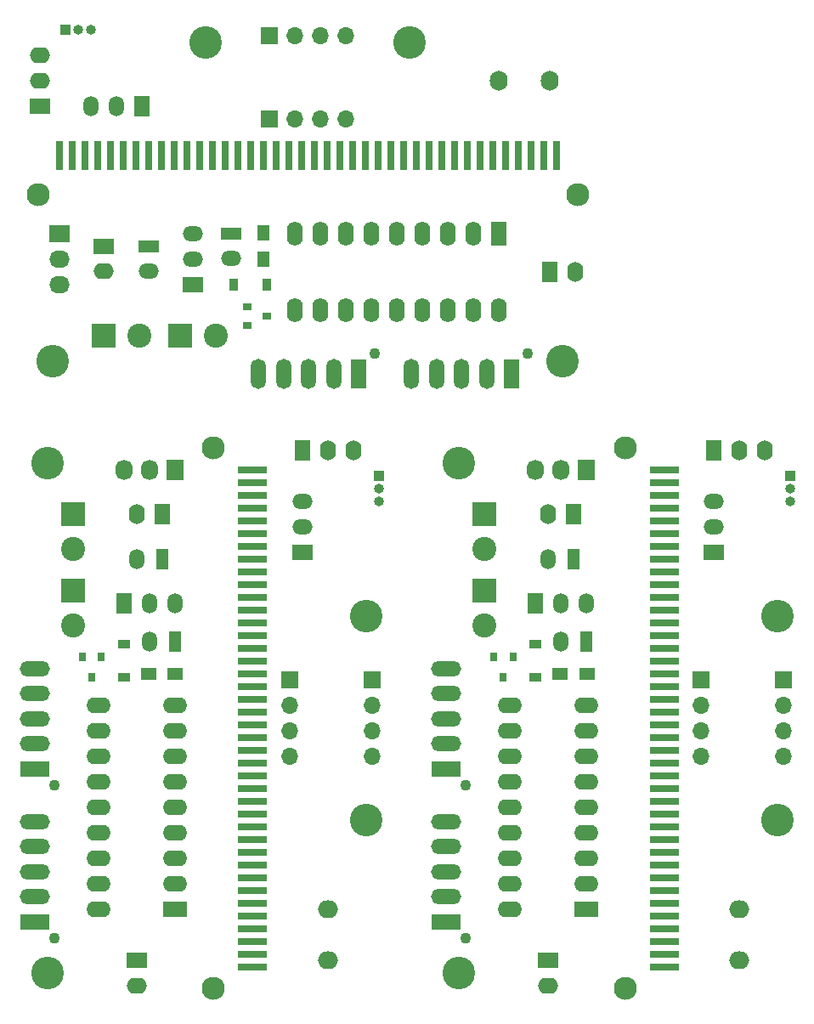
<source format=gts>
%MOIN*%
%OFA0B0*%
%FSLAX46Y46*%
%IPPOS*%
%LPD*%
%ADD10C,0.0039370078740157488*%
%ADD11R,0.066929133858267723X0.066929133858267723*%
%ADD12O,0.066929133858267723X0.066929133858267723*%
%ADD13O,0.07874015748031496X0.07*%
%ADD14R,0.059055118110236227X0.07874015748031496*%
%ADD15O,0.062992125984251982X0.07874015748031496*%
%ADD16R,0.051181102362204731X0.07874015748031496*%
%ADD17O,0.059055118110236227X0.07874015748031496*%
%ADD18R,0.062992125984251982X0.07874015748031496*%
%ADD19O,0.07874015748031496X0.062992125984251982*%
%ADD20R,0.07874015748031496X0.062992125984251982*%
%ADD21O,0.059842519685039376X0.07874015748031496*%
%ADD22R,0.059842519685039376X0.07874015748031496*%
%ADD23O,0.07874015748031496X0.059842519685039376*%
%ADD24R,0.07874015748031496X0.059842519685039376*%
%ADD25R,0.03937007874015748X0.03937007874015748*%
%ADD26O,0.03937007874015748X0.03937007874015748*%
%ADD27R,0.11811023622047245X0.059055118110236227*%
%ADD28O,0.11811023622047245X0.059055118110236227*%
%ADD29C,0.043307086614173235*%
%ADD30C,0.12795275590551181*%
%ADD31R,0.068X0.08*%
%ADD32O,0.068X0.08*%
%ADD33C,0.094488188976377951*%
%ADD34R,0.094488188976377951X0.094488188976377951*%
%ADD35C,0.0905511811023622*%
%ADD36R,0.1141732283464567X0.031496062992125991*%
%ADD37R,0.094488188976377951X0.062992125984251982*%
%ADD38O,0.094488188976377951X0.062992125984251982*%
%ADD39R,0.031496062992125991X0.035433070866141732*%
%ADD40R,0.059055118110236227X0.051181102362204731*%
%ADD41R,0.047244094488188976X0.035433070866141732*%
%ADD52C,0.0039370078740157488*%
%ADD53R,0.066929133858267723X0.066929133858267723*%
%ADD54O,0.066929133858267723X0.066929133858267723*%
%ADD55O,0.07X0.07874015748031496*%
%ADD56R,0.07874015748031496X0.059055118110236227*%
%ADD57O,0.07874015748031496X0.062992125984251982*%
%ADD58R,0.07874015748031496X0.051181102362204731*%
%ADD59O,0.07874015748031496X0.059055118110236227*%
%ADD60R,0.07874015748031496X0.062992125984251982*%
%ADD61O,0.062992125984251982X0.07874015748031496*%
%ADD62R,0.062992125984251982X0.07874015748031496*%
%ADD63O,0.07874015748031496X0.059842519685039376*%
%ADD64R,0.07874015748031496X0.059842519685039376*%
%ADD65O,0.059842519685039376X0.07874015748031496*%
%ADD66R,0.059842519685039376X0.07874015748031496*%
%ADD67R,0.03937007874015748X0.03937007874015748*%
%ADD68O,0.03937007874015748X0.03937007874015748*%
%ADD69R,0.059055118110236227X0.11811023622047245*%
%ADD70O,0.059055118110236227X0.11811023622047245*%
%ADD71C,0.043307086614173235*%
%ADD72C,0.12795275590551181*%
%ADD73R,0.08X0.068*%
%ADD74O,0.08X0.068*%
%ADD75C,0.094488188976377951*%
%ADD76R,0.094488188976377951X0.094488188976377951*%
%ADD77C,0.0905511811023622*%
%ADD78R,0.031496062992125991X0.1141732283464567*%
%ADD79R,0.062992125984251982X0.094488188976377951*%
%ADD80O,0.062992125984251982X0.094488188976377951*%
%ADD81R,0.035433070866141732X0.031496062992125991*%
%ADD82R,0.051181102362204731X0.059055118110236227*%
%ADD83R,0.035433070866141732X0.047244094488188976*%
%ADD84C,0.0039370078740157488*%
%ADD85R,0.066929133858267723X0.066929133858267723*%
%ADD86O,0.066929133858267723X0.066929133858267723*%
%ADD87O,0.07874015748031496X0.07*%
%ADD88R,0.059055118110236227X0.07874015748031496*%
%ADD89O,0.062992125984251982X0.07874015748031496*%
%ADD90R,0.051181102362204731X0.07874015748031496*%
%ADD91O,0.059055118110236227X0.07874015748031496*%
%ADD92R,0.062992125984251982X0.07874015748031496*%
%ADD93O,0.07874015748031496X0.062992125984251982*%
%ADD94R,0.07874015748031496X0.062992125984251982*%
%ADD95O,0.059842519685039376X0.07874015748031496*%
%ADD96R,0.059842519685039376X0.07874015748031496*%
%ADD97O,0.07874015748031496X0.059842519685039376*%
%ADD98R,0.07874015748031496X0.059842519685039376*%
%ADD99R,0.03937007874015748X0.03937007874015748*%
%ADD100O,0.03937007874015748X0.03937007874015748*%
%ADD101R,0.11811023622047245X0.059055118110236227*%
%ADD102O,0.11811023622047245X0.059055118110236227*%
%ADD103C,0.043307086614173235*%
%ADD104C,0.12795275590551181*%
%ADD105R,0.068X0.08*%
%ADD106O,0.068X0.08*%
%ADD107C,0.094488188976377951*%
%ADD108R,0.094488188976377951X0.094488188976377951*%
%ADD109C,0.0905511811023622*%
%ADD110R,0.1141732283464567X0.031496062992125991*%
%ADD111R,0.094488188976377951X0.062992125984251982*%
%ADD112O,0.094488188976377951X0.062992125984251982*%
%ADD113R,0.031496062992125991X0.035433070866141732*%
%ADD114R,0.059055118110236227X0.051181102362204731*%
%ADD115R,0.047244094488188976X0.035433070866141732*%
G01*
D10*
D11*
X-0004799999Y0004650000D02*
X0001100000Y0001300000D03*
D12*
X0001100000Y0001200000D03*
X0001100000Y0001100000D03*
X0001100000Y0001000000D03*
D11*
X0001425000Y0001300000D03*
D12*
X0001425000Y0001200000D03*
X0001425000Y0001100000D03*
X0001425000Y0001000000D03*
D13*
X0001250000Y0000200000D03*
X0001250000Y0000400000D03*
D14*
X0001150000Y0002200000D03*
D15*
X0001250000Y0002200000D03*
X0001350000Y0002200000D03*
D16*
X0000650000Y0001450000D03*
D17*
X0000551574Y0001450000D03*
D16*
X0000600000Y0001775000D03*
D17*
X0000501574Y0001775000D03*
D18*
X0000600000Y0001950000D03*
D15*
X0000501574Y0001950000D03*
D19*
X0000500000Y0000101574D03*
D20*
X0000500000Y0000200000D03*
D21*
X0000550000Y0001600000D03*
X0000650000Y0001600000D03*
D22*
X0000450000Y0001600000D03*
D23*
X0001150000Y0001900000D03*
X0001150000Y0002000000D03*
D24*
X0001150000Y0001800000D03*
D25*
X0001450000Y0002100000D03*
D26*
X0001450000Y0002050000D03*
X0001450000Y0002000000D03*
D27*
X0000100000Y0000950000D03*
D28*
X0000100000Y0001048425D03*
X0000100000Y0001146850D03*
X0000100000Y0001245275D03*
X0000100000Y0001343700D03*
D29*
X0000178740Y0000887007D03*
D30*
X0001400000Y0000750000D03*
X0000150000Y0000150000D03*
X0001400000Y0001550000D03*
X0000150000Y0002150000D03*
D31*
X0000650000Y0002125000D03*
D32*
X0000550000Y0002125000D03*
X0000450000Y0002125000D03*
D33*
X0000250000Y0001812204D03*
D34*
X0000250000Y0001950000D03*
D33*
X0000250000Y0001512204D03*
D34*
X0000250000Y0001650000D03*
D35*
X0000802755Y0002209055D03*
D36*
X0000956299Y0000175000D03*
X0000956299Y0000275000D03*
X0000956299Y0000375000D03*
X0000956299Y0000475000D03*
X0000956299Y0000575000D03*
X0000956299Y0000675000D03*
X0000956299Y0000775000D03*
X0000956299Y0000875000D03*
X0000956299Y0000975000D03*
X0000956299Y0001075000D03*
X0000956299Y0001175000D03*
X0000956299Y0001275000D03*
X0000956299Y0001375000D03*
X0000956299Y0001475000D03*
X0000956299Y0001575000D03*
X0000956299Y0001675000D03*
X0000956299Y0001775000D03*
X0000956299Y0001875000D03*
X0000956299Y0001975000D03*
X0000956299Y0002075000D03*
X0000956299Y0000225000D03*
X0000956299Y0000325000D03*
X0000956299Y0000425000D03*
X0000956299Y0000525000D03*
X0000956299Y0000625000D03*
X0000956299Y0000725000D03*
X0000956299Y0000825000D03*
X0000956299Y0000925000D03*
X0000956299Y0001025000D03*
X0000956299Y0001125000D03*
X0000956299Y0001225000D03*
X0000956299Y0001325000D03*
X0000956299Y0001425000D03*
X0000956299Y0001525000D03*
X0000956299Y0001625000D03*
X0000956299Y0001725000D03*
X0000956299Y0001825000D03*
X0000956299Y0001925000D03*
X0000956299Y0002025000D03*
X0000956299Y0002125000D03*
D35*
X0000802755Y0000090944D03*
D37*
X0000650000Y0000400000D03*
D38*
X0000350000Y0001200000D03*
X0000650000Y0000500000D03*
X0000350000Y0001100000D03*
X0000650000Y0000600000D03*
X0000350000Y0001000000D03*
X0000650000Y0000700000D03*
X0000350000Y0000900000D03*
X0000650000Y0000800000D03*
X0000350000Y0000800000D03*
X0000650000Y0000900000D03*
X0000350000Y0000700000D03*
X0000650000Y0001000000D03*
X0000350000Y0000600000D03*
X0000650000Y0001100000D03*
X0000350000Y0000500000D03*
X0000650000Y0001200000D03*
X0000350000Y0000400000D03*
D27*
X0000100000Y0000350000D03*
D28*
X0000100000Y0000448425D03*
X0000100000Y0000546850D03*
X0000100000Y0000645275D03*
X0000100000Y0000743700D03*
D29*
X0000178740Y0000287007D03*
D39*
X0000362401Y0001389370D03*
X0000287598Y0001389370D03*
X0000325000Y0001310629D03*
D40*
X0000546850Y0001325000D03*
X0000653149Y0001325000D03*
D41*
X0000450000Y0001439960D03*
X0000450000Y0001310039D03*
G04 next file*
G04 #@! TF.FileFunction,Soldermask,Top*
G04 Gerber Fmt 4.6, Leading zero omitted, Abs format (unit mm)*
G04 Created by KiCad (PCBNEW 4.0.7) date 09/15/19 19:40:42*
G01*
G04 APERTURE LIST*
G04 APERTURE END LIST*
D52*
D53*
X-0002327165Y-0002398425D02*
X0001022834Y0003501574D03*
D54*
X0001122834Y0003501574D03*
X0001222834Y0003501574D03*
X0001322834Y0003501574D03*
D53*
X0001022834Y0003826574D03*
D54*
X0001122834Y0003826574D03*
X0001222834Y0003826574D03*
X0001322834Y0003826574D03*
D55*
X0002122834Y0003651574D03*
X0001922834Y0003651574D03*
D56*
X0000122834Y0003551574D03*
D57*
X0000122834Y0003651574D03*
X0000122834Y0003751574D03*
D58*
X0000872834Y0003051574D03*
D59*
X0000872834Y0002953149D03*
D58*
X0000547834Y0003001574D03*
D59*
X0000547834Y0002903149D03*
D60*
X0000372834Y0003001574D03*
D57*
X0000372834Y0002903149D03*
D61*
X0002221259Y0002901574D03*
D62*
X0002122834Y0002901574D03*
D63*
X0000722834Y0002951574D03*
X0000722834Y0003051574D03*
D64*
X0000722834Y0002851574D03*
D65*
X0000422834Y0003551574D03*
X0000322834Y0003551574D03*
D66*
X0000522834Y0003551574D03*
D67*
X0000222834Y0003851574D03*
D68*
X0000272834Y0003851574D03*
X0000322834Y0003851574D03*
D69*
X0001372834Y0002501574D03*
D70*
X0001274409Y0002501574D03*
X0001175984Y0002501574D03*
X0001077559Y0002501574D03*
X0000979133Y0002501574D03*
D71*
X0001435826Y0002580315D03*
D72*
X0001572834Y0003801574D03*
X0002172834Y0002551574D03*
X0000772834Y0003801574D03*
X0000172834Y0002551574D03*
D73*
X0000197834Y0003051574D03*
D74*
X0000197834Y0002951574D03*
X0000197834Y0002851574D03*
D75*
X0000510629Y0002651574D03*
D76*
X0000372834Y0002651574D03*
D75*
X0000810629Y0002651574D03*
D76*
X0000672834Y0002651574D03*
D77*
X0000113779Y0003204330D03*
D78*
X0002147834Y0003357874D03*
X0002047834Y0003357874D03*
X0001947834Y0003357874D03*
X0001847834Y0003357874D03*
X0001747834Y0003357874D03*
X0001647834Y0003357874D03*
X0001547834Y0003357874D03*
X0001447834Y0003357874D03*
X0001347834Y0003357874D03*
X0001247834Y0003357874D03*
X0001147834Y0003357874D03*
X0001047834Y0003357874D03*
X0000947834Y0003357874D03*
X0000847834Y0003357874D03*
X0000747834Y0003357874D03*
X0000647834Y0003357874D03*
X0000547834Y0003357874D03*
X0000447834Y0003357874D03*
X0000347834Y0003357874D03*
X0000247834Y0003357874D03*
X0002097834Y0003357874D03*
X0001997834Y0003357874D03*
X0001897834Y0003357874D03*
X0001797834Y0003357874D03*
X0001697834Y0003357874D03*
X0001597834Y0003357874D03*
X0001497834Y0003357874D03*
X0001397834Y0003357874D03*
X0001297834Y0003357874D03*
X0001197834Y0003357874D03*
X0001097834Y0003357874D03*
X0000997834Y0003357874D03*
X0000897834Y0003357874D03*
X0000797834Y0003357874D03*
X0000697834Y0003357874D03*
X0000597834Y0003357874D03*
X0000497834Y0003357874D03*
X0000397834Y0003357874D03*
X0000297834Y0003357874D03*
X0000197834Y0003357874D03*
D77*
X0002231889Y0003204330D03*
D79*
X0001922834Y0003051574D03*
D80*
X0001122834Y0002751574D03*
X0001822834Y0003051574D03*
X0001222834Y0002751574D03*
X0001722834Y0003051574D03*
X0001322834Y0002751574D03*
X0001622834Y0003051574D03*
X0001422834Y0002751574D03*
X0001522834Y0003051574D03*
X0001522834Y0002751574D03*
X0001422834Y0003051574D03*
X0001622834Y0002751574D03*
X0001322834Y0003051574D03*
X0001722834Y0002751574D03*
X0001222834Y0003051574D03*
X0001822834Y0002751574D03*
X0001122834Y0003051574D03*
X0001922834Y0002751574D03*
D69*
X0001972834Y0002501574D03*
D70*
X0001874409Y0002501574D03*
X0001775984Y0002501574D03*
X0001677559Y0002501574D03*
X0001579133Y0002501574D03*
D71*
X0002035826Y0002580315D03*
D81*
X0000933464Y0002763976D03*
X0000933464Y0002689173D03*
X0001012204Y0002726574D03*
D82*
X0000997834Y0002948425D03*
X0000997834Y0003054724D03*
D83*
X0000882873Y0002851574D03*
X0001012795Y0002851574D03*
G04 next file*
G04 #@! TF.FileFunction,Soldermask,Top*
G04 Gerber Fmt 4.6, Leading zero omitted, Abs format (unit mm)*
G04 Created by KiCad (PCBNEW 4.0.7) date 09/15/19 19:40:42*
G01*
G04 APERTURE LIST*
G04 APERTURE END LIST*
D84*
D85*
X-0003185826Y0004650000D02*
X0002714173Y0001300000D03*
D86*
X0002714173Y0001200000D03*
X0002714173Y0001100000D03*
X0002714173Y0001000000D03*
D85*
X0003039173Y0001300000D03*
D86*
X0003039173Y0001200000D03*
X0003039173Y0001100000D03*
X0003039173Y0001000000D03*
D87*
X0002864173Y0000200000D03*
X0002864173Y0000400000D03*
D88*
X0002764173Y0002200000D03*
D89*
X0002864173Y0002200000D03*
X0002964173Y0002200000D03*
D90*
X0002264173Y0001450000D03*
D91*
X0002165748Y0001450000D03*
D90*
X0002214173Y0001775000D03*
D91*
X0002115748Y0001775000D03*
D92*
X0002214173Y0001950000D03*
D89*
X0002115748Y0001950000D03*
D93*
X0002114173Y0000101574D03*
D94*
X0002114173Y0000200000D03*
D95*
X0002164173Y0001600000D03*
X0002264173Y0001600000D03*
D96*
X0002064173Y0001600000D03*
D97*
X0002764173Y0001900000D03*
X0002764173Y0002000000D03*
D98*
X0002764173Y0001800000D03*
D99*
X0003064173Y0002100000D03*
D100*
X0003064173Y0002050000D03*
X0003064173Y0002000000D03*
D101*
X0001714173Y0000950000D03*
D102*
X0001714173Y0001048425D03*
X0001714173Y0001146850D03*
X0001714173Y0001245275D03*
X0001714173Y0001343700D03*
D103*
X0001792913Y0000887007D03*
D104*
X0003014173Y0000750000D03*
X0001764173Y0000150000D03*
X0003014173Y0001550000D03*
X0001764173Y0002150000D03*
D105*
X0002264173Y0002125000D03*
D106*
X0002164173Y0002125000D03*
X0002064173Y0002125000D03*
D107*
X0001864173Y0001812204D03*
D108*
X0001864173Y0001950000D03*
D107*
X0001864173Y0001512204D03*
D108*
X0001864173Y0001650000D03*
D109*
X0002416929Y0002209055D03*
D110*
X0002570472Y0000175000D03*
X0002570472Y0000275000D03*
X0002570472Y0000375000D03*
X0002570472Y0000475000D03*
X0002570472Y0000575000D03*
X0002570472Y0000675000D03*
X0002570472Y0000775000D03*
X0002570472Y0000875000D03*
X0002570472Y0000975000D03*
X0002570472Y0001075000D03*
X0002570472Y0001175000D03*
X0002570472Y0001275000D03*
X0002570472Y0001375000D03*
X0002570472Y0001475000D03*
X0002570472Y0001575000D03*
X0002570472Y0001675000D03*
X0002570472Y0001775000D03*
X0002570472Y0001875000D03*
X0002570472Y0001975000D03*
X0002570472Y0002075000D03*
X0002570472Y0000225000D03*
X0002570472Y0000325000D03*
X0002570472Y0000425000D03*
X0002570472Y0000525000D03*
X0002570472Y0000625000D03*
X0002570472Y0000725000D03*
X0002570472Y0000825000D03*
X0002570472Y0000925000D03*
X0002570472Y0001025000D03*
X0002570472Y0001125000D03*
X0002570472Y0001225000D03*
X0002570472Y0001325000D03*
X0002570472Y0001425000D03*
X0002570472Y0001525000D03*
X0002570472Y0001625000D03*
X0002570472Y0001725000D03*
X0002570472Y0001825000D03*
X0002570472Y0001925000D03*
X0002570472Y0002025000D03*
X0002570472Y0002125000D03*
D109*
X0002416929Y0000090944D03*
D111*
X0002264173Y0000400000D03*
D112*
X0001964173Y0001200000D03*
X0002264173Y0000500000D03*
X0001964173Y0001100000D03*
X0002264173Y0000600000D03*
X0001964173Y0001000000D03*
X0002264173Y0000700000D03*
X0001964173Y0000900000D03*
X0002264173Y0000800000D03*
X0001964173Y0000800000D03*
X0002264173Y0000900000D03*
X0001964173Y0000700000D03*
X0002264173Y0001000000D03*
X0001964173Y0000600000D03*
X0002264173Y0001100000D03*
X0001964173Y0000500000D03*
X0002264173Y0001200000D03*
X0001964173Y0000400000D03*
D101*
X0001714173Y0000350000D03*
D102*
X0001714173Y0000448425D03*
X0001714173Y0000546850D03*
X0001714173Y0000645275D03*
X0001714173Y0000743700D03*
D103*
X0001792913Y0000287007D03*
D113*
X0001976574Y0001389370D03*
X0001901771Y0001389370D03*
X0001939173Y0001310629D03*
D114*
X0002161023Y0001325000D03*
X0002267322Y0001325000D03*
D115*
X0002064173Y0001439960D03*
X0002064173Y0001310039D03*
M02*
</source>
